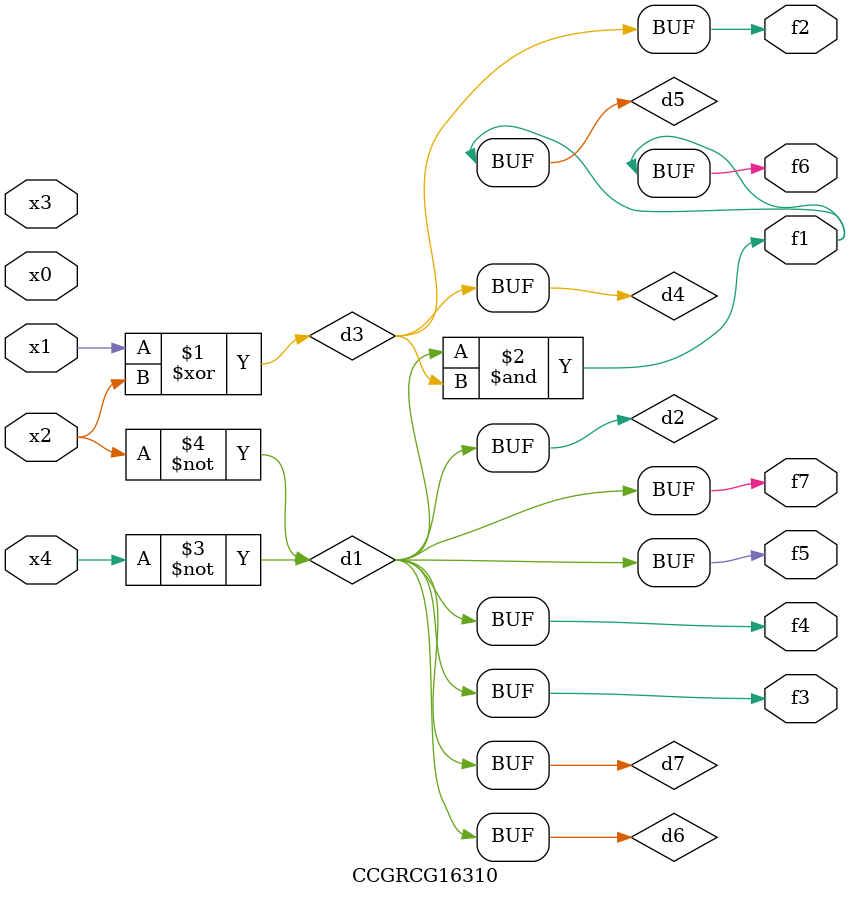
<source format=v>
module CCGRCG16310(
	input x0, x1, x2, x3, x4,
	output f1, f2, f3, f4, f5, f6, f7
);

	wire d1, d2, d3, d4, d5, d6, d7;

	not (d1, x4);
	not (d2, x2);
	xor (d3, x1, x2);
	buf (d4, d3);
	and (d5, d1, d3);
	buf (d6, d1, d2);
	buf (d7, d2);
	assign f1 = d5;
	assign f2 = d4;
	assign f3 = d7;
	assign f4 = d7;
	assign f5 = d7;
	assign f6 = d5;
	assign f7 = d7;
endmodule

</source>
